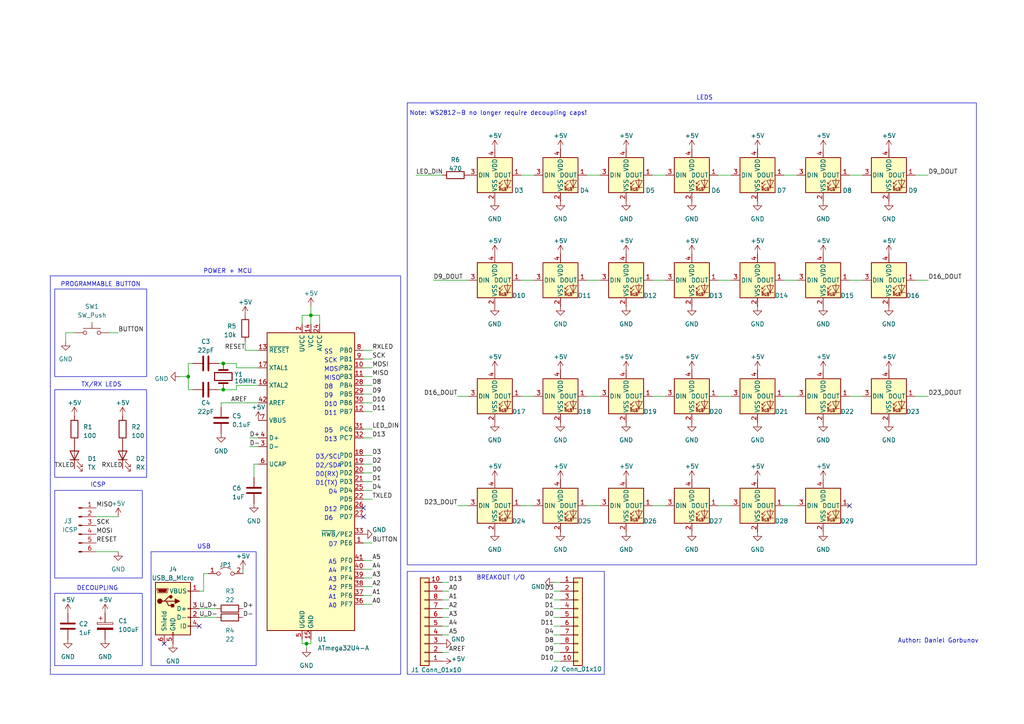
<source format=kicad_sch>
(kicad_sch (version 20231120) (generator "eeschema") (generator_version "8.0")
  (paper "A4")
  (title_block (title "Essentials of PCB Design Track 1 Board") (date "2024-10-06") (rev "v2") (comment 1 "v1: First design (D24 Class)") (comment 2 "v2: Added programmable button (A24 Class)"))
  (lib_symbols
    (symbol "Connector:Conn_01x06_Pin" (pin_names (offset 1.016) hide)
      (property "Reference" "J" (at 0 7.62 0))
      (property "Value" "Conn_01x06_Pin" (at 0 -10.16 0))
      (symbol "Conn_01x06_Pin_1_1"
        (pin passive line (at 5.08 5.08 180) (length 3.81) (name "Pin_1") (number "1"))
        (pin passive line (at 5.08 2.54 180) (length 3.81) (name "Pin_2") (number "2"))
        (pin passive line (at 5.08 0 180) (length 3.81) (name "Pin_3") (number "3"))
        (pin passive line (at 5.08 -2.54 180) (length 3.81) (name "Pin_4") (number "4"))
        (pin passive line (at 5.08 -5.08 180) (length 3.81) (name "Pin_5") (number "5"))
        (pin passive line (at 5.08 -7.62 180) (length 3.81) (name "Pin_6") (number "6"))
      )
    )
    (symbol "Connector:USB_B_Micro" (pin_names (offset 1.016))
      (property "Reference" "J" (at -5.08 11.43 0))
      (property "Value" "USB_B_Micro" (at -5.08 8.89 0))
      (symbol "USB_B_Micro_1_1"
        (pin power_out line (at 7.62 5.08 180) (length 2.54) (name "VBUS") (number "1"))
        (pin bidirectional line (at 7.62 -2.54 180) (length 2.54) (name "D-") (number "2"))
        (pin bidirectional line (at 7.62 0 180) (length 2.54) (name "D+") (number "3"))
        (pin passive line (at 7.62 -5.08 180) (length 2.54) (name "ID") (number "4"))
        (pin power_out line (at 0 -10.16 90) (length 2.54) (name "GND") (number "5"))
        (pin passive line (at -2.54 -10.16 90) (length 2.54) (name "Shield") (number "6"))
      )
    )
    (symbol "Connector_Generic:Conn_01x10" (pin_names (offset 1.016) hide)
      (property "Reference" "J" (at 0 12.7 0))
      (property "Value" "Conn_01x10" (at 0 -15.24 0))
      (symbol "Conn_01x10_1_1"
        (pin passive line (at -5.08 10.16 0) (length 3.81) (name "Pin_1") (number "1"))
        (pin passive line (at -5.08 -12.7 0) (length 3.81) (name "Pin_10") (number "10"))
        (pin passive line (at -5.08 7.62 0) (length 3.81) (name "Pin_2") (number "2"))
        (pin passive line (at -5.08 5.08 0) (length 3.81) (name "Pin_3") (number "3"))
        (pin passive line (at -5.08 2.54 0) (length 3.81) (name "Pin_4") (number "4"))
        (pin passive line (at -5.08 0 0) (length 3.81) (name "Pin_5") (number "5"))
        (pin passive line (at -5.08 -2.54 0) (length 3.81) (name "Pin_6") (number "6"))
        (pin passive line (at -5.08 -5.08 0) (length 3.81) (name "Pin_7") (number "7"))
        (pin passive line (at -5.08 -7.62 0) (length 3.81) (name "Pin_8") (number "8"))
        (pin passive line (at -5.08 -10.16 0) (length 3.81) (name "Pin_9") (number "9"))
      )
    )
    (symbol "Device:C" (pin_numbers hide) (pin_names (offset 0.254))
      (property "Reference" "C" (at 0.635 2.54 0))
      (property "Value" "C" (at 0.635 -2.54 0))
      (symbol "C_1_1"
        (pin passive line (at 0 3.81 270) (length 2.794) (name "~") (number "1"))
        (pin passive line (at 0 -3.81 90) (length 2.794) (name "~") (number "2"))
      )
    )
    (symbol "Device:C_Polarized" (pin_numbers hide) (pin_names (offset 0.254))
      (property "Reference" "C" (at 0.635 2.54 0))
      (property "Value" "C_Polarized" (at 0.635 -2.54 0))
      (symbol "C_Polarized_1_1"
        (pin passive line (at 0 3.81 270) (length 2.794) (name "~") (number "1"))
        (pin passive line (at 0 -3.81 90) (length 2.794) (name "~") (number "2"))
      )
    )
    (symbol "Device:Crystal" (pin_numbers hide) (pin_names (offset 1.016) hide)
      (property "Reference" "Y" (at 0 3.81 0))
      (property "Value" "Crystal" (at 0 -3.81 0))
      (symbol "Crystal_1_1"
        (pin passive line (at -3.81 0 0) (length 1.27) (name "1") (number "1"))
        (pin passive line (at 3.81 0 180) (length 1.27) (name "2") (number "2"))
      )
    )
    (symbol "Device:LED" (pin_numbers hide) (pin_names (offset 1.016) hide)
      (property "Reference" "D" (at 0 2.54 0))
      (property "Value" "LED" (at 0 -2.54 0))
      (symbol "LED_1_1"
        (pin passive line (at -3.81 0 0) (length 2.54) (name "K") (number "1"))
        (pin passive line (at 3.81 0 180) (length 2.54) (name "A") (number "2"))
      )
    )
    (symbol "Device:R" (pin_numbers hide) (pin_names (offset 0))
      (property "Reference" "R" (at 2.032 0 90))
      (property "Value" "R" (at 0 0 90))
      (symbol "R_1_1"
        (pin passive line (at 0 3.81 270) (length 1.27) (name "~") (number "1"))
        (pin passive line (at 0 -3.81 90) (length 1.27) (name "~") (number "2"))
      )
    )
    (symbol "Jumper:Jumper_2_Open" (pin_names (offset 0) hide)
      (property "Reference" "JP" (at 0 2.794 0))
      (property "Value" "Jumper_2_Open" (at 0 -2.286 0))
      (symbol "Jumper_2_Open_1_1"
        (pin passive line (at -5.08 0 0) (length 2.54) (name "A") (number "1"))
        (pin passive line (at 5.08 0 180) (length 2.54) (name "B") (number "2"))
      )
    )
    (symbol "LED:SK6812MINI" (pin_names (offset 0.254))
      (property "Reference" "D" (at 5.08 5.715 0))
      (property "Value" "SK6812MINI" (at 1.27 -5.715 0))
      (symbol "SK6812MINI_0_0"
        (text "RGB" (at 2.286 -4.191 0) (effects (font (size 0.762 0.762))))
      )
      (symbol "SK6812MINI_1_1"
        (pin output line (at 7.62 0 180) (length 2.54) (name "DOUT") (number "1"))
        (pin power_in line (at 0 -7.62 90) (length 2.54) (name "VSS") (number "2"))
        (pin input line (at -7.62 0 0) (length 2.54) (name "DIN") (number "3"))
        (pin power_in line (at 0 7.62 270) (length 2.54) (name "VDD") (number "4"))
      )
    )
    (symbol "MCU_Microchip_ATmega:ATmega32U4-A"
      (property "Reference" "U" (at -12.7 44.45 0))
      (property "Value" "ATmega32U4-A" (at 2.54 -44.45 0))
      (symbol "ATmega32U4-A_1_1"
        (pin bidirectional line (at 15.24 -17.78 180) (length 2.54) (name "PE6") (number "1"))
        (pin bidirectional line (at 15.24 33.02 180) (length 2.54) (name "PB2") (number "10"))
        (pin bidirectional line (at 15.24 30.48 180) (length 2.54) (name "PB3") (number "11"))
        (pin bidirectional line (at 15.24 20.32 180) (length 2.54) (name "PB7") (number "12"))
        (pin input line (at -15.24 38.1 0) (length 2.54) (name "~{RESET}") (number "13"))
        (pin power_in line (at 0 45.72 270) (length 2.54) (name "VCC") (number "14"))
        (pin power_in line (at 0 -45.72 90) (length 2.54) (name "GND") (number "15"))
        (pin output line (at -15.24 27.94 0) (length 2.54) (name "XTAL2") (number "16"))
        (pin input line (at -15.24 33.02 0) (length 2.54) (name "XTAL1") (number "17"))
        (pin bidirectional line (at 15.24 7.62 180) (length 2.54) (name "PD0") (number "18"))
        (pin bidirectional line (at 15.24 5.08 180) (length 2.54) (name "PD1") (number "19"))
        (pin power_in line (at -2.54 45.72 270) (length 2.54) (name "UVCC") (number "2"))
        (pin bidirectional line (at 15.24 2.54 180) (length 2.54) (name "PD2") (number "20"))
        (pin bidirectional line (at 15.24 0 180) (length 2.54) (name "PD3") (number "21"))
        (pin bidirectional line (at 15.24 -5.08 180) (length 2.54) (name "PD5") (number "22"))
        (pin passive line (at 0 -45.72 90) (length 2.54) hide (name "GND") (number "23"))
        (pin power_in line (at 2.54 45.72 270) (length 2.54) (name "AVCC") (number "24"))
        (pin bidirectional line (at 15.24 -2.54 180) (length 2.54) (name "PD4") (number "25"))
        (pin bidirectional line (at 15.24 -7.62 180) (length 2.54) (name "PD6") (number "26"))
        (pin bidirectional line (at 15.24 -10.16 180) (length 2.54) (name "PD7") (number "27"))
        (pin bidirectional line (at 15.24 27.94 180) (length 2.54) (name "PB4") (number "28"))
        (pin bidirectional line (at 15.24 25.4 180) (length 2.54) (name "PB5") (number "29"))
        (pin bidirectional line (at -15.24 10.16 0) (length 2.54) (name "D-") (number "3"))
        (pin bidirectional line (at 15.24 22.86 180) (length 2.54) (name "PB6") (number "30"))
        (pin bidirectional line (at 15.24 15.24 180) (length 2.54) (name "PC6") (number "31"))
        (pin bidirectional line (at 15.24 12.7 180) (length 2.54) (name "PC7") (number "32"))
        (pin bidirectional line (at 15.24 -15.24 180) (length 2.54) (name "~{HWB}/PE2") (number "33"))
        (pin passive line (at 0 45.72 270) (length 2.54) hide (name "VCC") (number "34"))
        (pin passive line (at 0 -45.72 90) (length 2.54) hide (name "GND") (number "35"))
        (pin bidirectional line (at 15.24 -35.56 180) (length 2.54) (name "PF7") (number "36"))
        (pin bidirectional line (at 15.24 -33.02 180) (length 2.54) (name "PF6") (number "37"))
        (pin bidirectional line (at 15.24 -30.48 180) (length 2.54) (name "PF5") (number "38"))
        (pin bidirectional line (at 15.24 -27.94 180) (length 2.54) (name "PF4") (number "39"))
        (pin bidirectional line (at -15.24 12.7 0) (length 2.54) (name "D+") (number "4"))
        (pin bidirectional line (at 15.24 -25.4 180) (length 2.54) (name "PF1") (number "40"))
        (pin bidirectional line (at 15.24 -22.86 180) (length 2.54) (name "PF0") (number "41"))
        (pin passive line (at -15.24 22.86 0) (length 2.54) (name "AREF") (number "42"))
        (pin passive line (at 0 -45.72 90) (length 2.54) hide (name "GND") (number "43"))
        (pin passive line (at 2.54 45.72 270) (length 2.54) hide (name "AVCC") (number "44"))
        (pin passive line (at -2.54 -45.72 90) (length 2.54) (name "UGND") (number "5"))
        (pin passive line (at -15.24 5.08 0) (length 2.54) (name "UCAP") (number "6"))
        (pin input line (at -15.24 17.78 0) (length 2.54) (name "VBUS") (number "7"))
        (pin bidirectional line (at 15.24 38.1 180) (length 2.54) (name "PB0") (number "8"))
        (pin bidirectional line (at 15.24 35.56 180) (length 2.54) (name "PB1") (number "9"))
      )
    )
    (symbol "Switch:SW_Push" (pin_numbers hide) (pin_names (offset 1.016) hide)
      (property "Reference" "SW" (at 1.27 2.54 0))
      (property "Value" "SW_Push" (at 0 -1.524 0))
      (symbol "SW_Push_0_1"
        (pin passive line (at -5.08 0 0) (length 2.54) (name "1") (number "1"))
        (pin passive line (at 5.08 0 180) (length 2.54) (name "2") (number "2"))
      )
    )
    (symbol "power:+5V" (power) (pin_names (offset 0))
      (property "Value" "+5V" (at 0 3.556 0))
      (symbol "+5V_1_1"
        (pin power_in line (at 0 0 90) (length 0) hide (name "+5V") (number "1"))
      )
    )
    (symbol "power:GND" (power) (pin_names (offset 0))
      (property "Value" "GND" (at 0 -3.81 0))
      (symbol "GND_1_1"
        (pin power_in line (at 0 0 270) (length 0) hide (name "GND") (number "1"))
      )
    )
  )
  (junction (at 54.61 109.22))
  (junction (at 64.77 105.41))
  (junction (at 90.17 91.44))
  (junction (at 64.77 113.03))
  (junction (at 88.9 186.69))
  (no_connect (at 105.41 149.86))
  (no_connect (at 57.785 181.61))
  (no_connect (at 105.41 147.32))
  (no_connect (at 246.38 146.685))
  (no_connect (at 47.625 186.69))
  (wire (pts (xy 128.27 168.91) (xy 130.175 168.91)))
  (wire (pts (xy 105.41 137.16) (xy 107.95 137.16)))
  (wire (pts (xy 160.655 184.15) (xy 162.56 184.15)))
  (wire (pts (xy 105.41 132.08) (xy 107.95 132.08)))
  (wire (pts (xy 105.41 157.48) (xy 107.95 157.48)))
  (wire (pts (xy 63.5 105.41) (xy 64.77 105.41)))
  (wire (pts (xy 132.715 114.935) (xy 135.89 114.935)))
  (wire (pts (xy 105.41 116.84) (xy 107.95 116.84)))
  (wire (pts (xy 227.33 50.8) (xy 231.14 50.8)))
  (wire (pts (xy 160.655 186.69) (xy 162.56 186.69)))
  (wire (pts (xy 105.41 101.6) (xy 107.95 101.6)))
  (wire (pts (xy 63.5 113.03) (xy 64.77 113.03)))
  (wire (pts (xy 87.63 185.42) (xy 87.63 186.69)))
  (wire (pts (xy 189.23 114.935) (xy 193.04 114.935)))
  (wire (pts (xy 64.135 116.84) (xy 74.93 116.84)))
  (wire (pts (xy 128.27 181.61) (xy 130.175 181.61)))
  (wire (pts (xy 68.58 111.76) (xy 68.58 113.03)))
  (wire (pts (xy 105.41 104.14) (xy 107.95 104.14)))
  (wire (pts (xy 105.41 111.76) (xy 107.95 111.76)))
  (wire (pts (xy 105.41 167.64) (xy 107.95 167.64)))
  (wire (pts (xy 107.95 106.68) (xy 105.41 106.68)))
  (wire (pts (xy 128.27 184.15) (xy 130.175 184.15)))
  (wire (pts (xy 105.41 124.46) (xy 107.95 124.46)))
  (wire (pts (xy 105.41 134.62) (xy 107.95 134.62)))
  (wire (pts (xy 74.93 106.68) (xy 68.58 106.68)))
  (wire (pts (xy 54.61 113.03) (xy 55.88 113.03)))
  (wire (pts (xy 128.27 171.45) (xy 130.175 171.45)))
  (wire (pts (xy 189.23 81.28) (xy 193.04 81.28)))
  (wire (pts (xy 160.655 189.23) (xy 162.56 189.23)))
  (wire (pts (xy 128.27 189.23) (xy 130.175 189.23)))
  (wire (pts (xy 59.055 166.37) (xy 59.055 171.45)))
  (wire (pts (xy 54.61 105.41) (xy 54.61 109.22)))
  (wire (pts (xy 170.18 114.935) (xy 173.99 114.935)))
  (wire (pts (xy 170.18 81.28) (xy 173.99 81.28)))
  (wire (pts (xy 246.38 114.935) (xy 250.19 114.935)))
  (wire (pts (xy 208.28 146.685) (xy 212.09 146.685)))
  (wire (pts (xy 105.41 175.26) (xy 107.95 175.26)))
  (wire (pts (xy 34.29 160.02) (xy 27.94 160.02)))
  (wire (pts (xy 105.41 127) (xy 107.95 127)))
  (wire (pts (xy 105.41 165.1) (xy 107.95 165.1)))
  (wire (pts (xy 90.17 186.69) (xy 88.9 186.69)))
  (wire (pts (xy 105.41 142.24) (xy 107.95 142.24)))
  (wire (pts (xy 72.39 127) (xy 74.93 127)))
  (wire (pts (xy 208.28 81.28) (xy 212.09 81.28)))
  (wire (pts (xy 73.66 134.62) (xy 74.93 134.62)))
  (wire (pts (xy 105.41 144.78) (xy 107.95 144.78)))
  (wire (pts (xy 59.055 171.45) (xy 57.785 171.45)))
  (wire (pts (xy 68.58 105.41) (xy 64.77 105.41)))
  (wire (pts (xy 62.865 176.53) (xy 57.785 176.53)))
  (wire (pts (xy 120.65 50.8) (xy 128.27 50.8)))
  (wire (pts (xy 68.58 113.03) (xy 64.77 113.03)))
  (wire (pts (xy 151.13 114.935) (xy 154.94 114.935)))
  (wire (pts (xy 90.17 91.44) (xy 90.17 88.9)))
  (wire (pts (xy 62.865 179.07) (xy 57.785 179.07)))
  (wire (pts (xy 160.655 168.91) (xy 162.56 168.91)))
  (wire (pts (xy 105.41 172.72) (xy 107.95 172.72)))
  (wire (pts (xy 87.63 186.69) (xy 88.9 186.69)))
  (wire (pts (xy 265.43 114.935) (xy 269.24 114.935)))
  (wire (pts (xy 68.58 106.68) (xy 68.58 105.41)))
  (wire (pts (xy 160.655 191.77) (xy 162.56 191.77)))
  (wire (pts (xy 265.43 81.28) (xy 269.24 81.28)))
  (wire (pts (xy 90.17 91.44) (xy 90.17 93.98)))
  (wire (pts (xy 151.13 81.28) (xy 154.94 81.28)))
  (wire (pts (xy 31.75 96.52) (xy 34.29 96.52)))
  (wire (pts (xy 160.655 179.07) (xy 162.56 179.07)))
  (wire (pts (xy 92.71 93.98) (xy 92.71 91.44)))
  (wire (pts (xy 151.13 146.685) (xy 154.94 146.685)))
  (wire (pts (xy 105.41 119.38) (xy 107.95 119.38)))
  (wire (pts (xy 208.28 50.8) (xy 212.09 50.8)))
  (wire (pts (xy 105.41 170.18) (xy 107.95 170.18)))
  (wire (pts (xy 132.715 146.685) (xy 135.89 146.685)))
  (wire (pts (xy 189.23 146.685) (xy 193.04 146.685)))
  (wire (pts (xy 87.63 91.44) (xy 90.17 91.44)))
  (wire (pts (xy 151.13 50.8) (xy 154.94 50.8)))
  (wire (pts (xy 72.39 129.54) (xy 74.93 129.54)))
  (wire (pts (xy 71.12 99.06) (xy 71.12 101.6)))
  (wire (pts (xy 70.485 165.1) (xy 70.485 166.37)))
  (wire (pts (xy 128.27 176.53) (xy 130.175 176.53)))
  (wire (pts (xy 170.18 146.685) (xy 173.99 146.685)))
  (wire (pts (xy 88.9 186.69) (xy 88.9 187.96)))
  (wire (pts (xy 71.12 101.6) (xy 74.93 101.6)))
  (wire (pts (xy 60.325 166.37) (xy 59.055 166.37)))
  (wire (pts (xy 128.27 173.99) (xy 130.175 173.99)))
  (wire (pts (xy 189.23 50.8) (xy 193.04 50.8)))
  (wire (pts (xy 105.41 114.3) (xy 107.95 114.3)))
  (wire (pts (xy 227.33 114.935) (xy 231.14 114.935)))
  (wire (pts (xy 54.61 109.22) (xy 52.07 109.22)))
  (wire (pts (xy 208.28 114.935) (xy 212.09 114.935)))
  (wire (pts (xy 246.38 81.28) (xy 250.19 81.28)))
  (wire (pts (xy 246.38 50.8) (xy 250.19 50.8)))
  (wire (pts (xy 265.43 50.8) (xy 269.24 50.8)))
  (wire (pts (xy 160.655 173.99) (xy 162.56 173.99)))
  (wire (pts (xy 34.29 149.86) (xy 27.94 149.86)))
  (wire (pts (xy 105.41 109.22) (xy 107.95 109.22)))
  (wire (pts (xy 128.27 179.07) (xy 130.175 179.07)))
  (wire (pts (xy 19.05 96.52) (xy 19.05 99.06)))
  (wire (pts (xy 54.61 109.22) (xy 54.61 113.03)))
  (wire (pts (xy 125.73 81.28) (xy 135.89 81.28)))
  (wire (pts (xy 64.135 116.84) (xy 64.135 118.11)))
  (wire (pts (xy 160.655 181.61) (xy 162.56 181.61)))
  (wire (pts (xy 105.41 162.56) (xy 107.95 162.56)))
  (wire (pts (xy 170.18 50.8) (xy 173.99 50.8)))
  (wire (pts (xy 21.59 96.52) (xy 19.05 96.52)))
  (wire (pts (xy 92.71 91.44) (xy 90.17 91.44)))
  (wire (pts (xy 90.17 185.42) (xy 90.17 186.69)))
  (wire (pts (xy 54.61 105.41) (xy 55.88 105.41)))
  (wire (pts (xy 227.33 146.685) (xy 231.14 146.685)))
  (wire (pts (xy 227.33 81.28) (xy 231.14 81.28)))
  (wire (pts (xy 160.655 171.45) (xy 162.56 171.45)))
  (wire (pts (xy 74.93 111.76) (xy 68.58 111.76)))
  (wire (pts (xy 160.655 176.53) (xy 162.56 176.53)))
  (wire (pts (xy 105.41 139.7) (xy 107.95 139.7)))
  (wire (pts (xy 73.66 138.43) (xy 73.66 134.62)))
  (wire (pts (xy 87.63 93.98) (xy 87.63 91.44)))
  (rectangle (start 118.11 29.845) (end 283.21 163.83))
  (rectangle (start 15.875 113.03) (end 42.545 138.43))
  (rectangle (start 14.605 80.01) (end 116.205 195.58))
  (rectangle (start 118.11 165.735) (end 175.26 195.58))
  (rectangle (start 15.875 83.82) (end 42.545 109.22))
  (rectangle (start 15.875 172.085) (end 41.275 193.04))
  (rectangle (start 15.875 142.24) (end 41.275 167.64))
  (rectangle (start 43.815 160.02) (end 74.295 193.04))
  (text "MOSI" (at 93.98 107.95 0) (effects (font (size 1.27 1.27)) (justify left bottom)))
  (text "D4" (at 95.25 143.51 0) (effects (font (size 1.27 1.27)) (justify left bottom)))
  (text "A4" (at 95.25 166.37 0) (effects (font (size 1.27 1.27)) (justify left bottom)))
  (text "D2/SDA" (at 91.44 135.89 0) (effects (font (size 1.27 1.27)) (justify left bottom)))
  (text "LEDS" (at 201.93 29.21 0) (effects (font (size 1.27 1.27)) (justify left bottom)))
  (text "D8" (at 93.98 113.03 0) (effects (font (size 1.27 1.27)) (justify left bottom)))
  (text "D11" (at 93.98 120.65 0) (effects (font (size 1.27 1.27)) (justify left bottom)))
  (text "D3/SCL" (at 91.44 133.35 0) (effects (font (size 1.27 1.27)) (justify left bottom)))
  (text "USB" (at 57.15 159.385 0) (effects (font (size 1.27 1.27)) (justify left bottom)))
  (text "D9" (at 93.98 115.57 0) (effects (font (size 1.27 1.27)) (justify left bottom)))
  (text "A2" (at 95.25 171.45 0) (effects (font (size 1.27 1.27)) (justify left bottom)))
  (text "DECOUPLING" (at 22.225 171.45 0) (effects (font (size 1.27 1.27)) (justify left bottom)))
  (text "D6" (at 93.98 151.13 0) (effects (font (size 1.27 1.27)) (justify left bottom)))
  (text "D1(TX)" (at 91.44 140.97 0) (effects (font (size 1.27 1.27)) (justify left bottom)))
  (text "A1" (at 95.25 173.99 0) (effects (font (size 1.27 1.27)) (justify left bottom)))
  (text "D13" (at 93.98 128.27 0) (effects (font (size 1.27 1.27)) (justify left bottom)))
  (text "D5" (at 93.98 125.73 0) (effects (font (size 1.27 1.27)) (justify left bottom)))
  (text "A0" (at 95.25 176.53 0) (effects (font (size 1.27 1.27)) (justify left bottom)))
  (text "Note: WS2812-B no longer require decoupling caps!" (at 118.745 33.655 0) (effects (font (size 1.27 1.27)) (justify left bottom)))
  (text "Author: Daniel Gorbunov" (at 260.35 186.69 0) (effects (font (size 1.27 1.27)) (justify left bottom)))
  (text "PROGRAMMABLE BUTTON" (at 17.526 83.312 0) (effects (font (size 1.27 1.27)) (justify left bottom)))
  (text "MISO" (at 93.98 110.49 0) (effects (font (size 1.27 1.27)) (justify left bottom)))
  (text "D10" (at 93.98 118.11 0) (effects (font (size 1.27 1.27)) (justify left bottom)))
  (text "SS" (at 93.98 102.87 0) (effects (font (size 1.27 1.27)) (justify left bottom)))
  (text "BREAKOUT I/O" (at 138.176 168.402 0) (effects (font (size 1.27 1.27)) (justify left bottom)))
  (text "A5" (at 95.25 163.83 0) (effects (font (size 1.27 1.27)) (justify left bottom)))
  (text "A3" (at 95.25 168.91 0) (effects (font (size 1.27 1.27)) (justify left bottom)))
  (text "POWER + MCU" (at 58.928 79.502 0) (effects (font (size 1.27 1.27)) (justify left bottom)))
  (text "TX/RX LEDS" (at 23.495 112.395 0) (effects (font (size 1.27 1.27)) (justify left bottom)))
  (text "ICSP" (at 26.162 141.478 0) (effects (font (size 1.27 1.27)) (justify left bottom)))
  (text "SCK" (at 93.98 105.41 0) (effects (font (size 1.27 1.27)) (justify left bottom)))
  (text "D12" (at 93.98 148.59 0) (effects (font (size 1.27 1.27)) (justify left bottom)))
  (text "D0(RX)" (at 91.44 138.43 0) (effects (font (size 1.27 1.27)) (justify left bottom)))
  (text "D7" (at 95.25 158.75 0) (effects (font (size 1.27 1.27)) (justify left bottom)))
  (label "A3" (at 130.175 179.07 0))
  (label "A5" (at 107.95 162.56 0))
  (label "A2" (at 130.175 176.53 0))
  (label "A4" (at 107.95 165.1 0))
  (label "D0" (at 160.655 179.07 180))
  (label "SCK" (at 107.95 104.14 0))
  (label "TXLED" (at 21.59 135.89 180))
  (label "D-" (at 72.39 129.54 0))
  (label "D1" (at 107.95 139.7 0))
  (label "AREF" (at 71.755 116.84 180))
  (label "A0" (at 107.95 175.26 0))
  (label "D2" (at 107.95 134.62 0))
  (label "LED_DIN" (at 107.95 124.46 0))
  (label "D13" (at 130.175 168.91 0))
  (label "D16_DOUT" (at 269.24 81.28 0))
  (label "SCK" (at 27.94 152.4 0))
  (label "U_D-" (at 57.785 179.07 0))
  (label "LED_DIN" (at 120.65 50.8 0))
  (label "RXLED" (at 35.56 135.89 180))
  (label "D10" (at 107.95 116.84 0))
  (label "D16_DOUT" (at 132.715 114.935 180))
  (label "RESET" (at 71.12 101.6 180))
  (label "D2" (at 160.655 173.99 180))
  (label "A2" (at 107.95 170.18 0))
  (label "D3" (at 160.655 171.45 180))
  (label "D1" (at 160.655 176.53 180))
  (label "D0" (at 107.95 137.16 0))
  (label "A5" (at 130.175 184.15 0))
  (label "D4" (at 107.95 142.24 0))
  (label "D13" (at 107.95 127 0))
  (label "A1" (at 130.175 173.99 0))
  (label "BUTTON" (at 107.95 157.48 0))
  (label "D9" (at 107.95 114.3 0))
  (label "D8" (at 160.655 186.69 180))
  (label "D-" (at 70.485 179.07 0))
  (label "MOSI" (at 27.94 154.94 0))
  (label "D3" (at 107.95 132.08 0))
  (label "A4" (at 130.175 181.61 0))
  (label "TXLED" (at 107.95 144.78 0))
  (label "D10" (at 160.655 191.77 180))
  (label "RXLED" (at 107.95 101.6 0))
  (label "D23_DOUT" (at 269.24 114.935 0))
  (label "D+" (at 70.485 176.53 0))
  (label "A0" (at 130.175 171.45 0))
  (label "D11" (at 160.655 181.61 180))
  (label "D23_DOUT" (at 132.715 146.685 180))
  (label "A1" (at 107.95 172.72 0))
  (label "RESET" (at 27.94 157.48 0))
  (label "MISO" (at 107.95 109.22 0))
  (label "D9_DOUT" (at 125.73 81.28 0))
  (label "MISO" (at 27.94 147.32 0))
  (label "D+" (at 72.39 127 0))
  (label "BUTTON" (at 34.29 96.52 0))
  (label "D9_DOUT" (at 269.24 50.8 0))
  (label "MOSI" (at 107.95 106.68 0))
  (label "D4" (at 160.655 184.15 180))
  (label "U_D+" (at 57.785 176.53 0))
  (label "D9" (at 160.655 189.23 180))
  (label "D11" (at 107.95 119.38 0))
  (label "A3" (at 107.95 167.64 0))
  (label "AREF" (at 130.175 189.23 0))
  (label "D8" (at 107.95 111.76 0))
  (symbol (lib_id "power:+5V") (at 70.485 165.1 0) (unit 1)
    (property "Reference" "#PWR016" (effects (hide yes)))
    (property "Value" "+5V" (at 70.485 161.29 0))
  )
  (symbol (lib_id "power:GND") (at 162.56 58.42 0) (unit 1)
    (property "Reference" "#PWR024" (effects (hide yes)))
    (property "Value" "GND" (at 162.56 63.5 0))
  )
  (symbol (lib_id "power:+5V") (at 74.93 121.92 0) (unit 1)
    (property "Reference" "#PWR017" (effects (hide yes)))
    (property "Value" "+5V" (at 74.93 118.11 0))
  )
  (symbol (lib_id "Device:R") (at 66.675 179.07 270) (unit 1)
    (property "Reference" "R4" (at 66.675 182.88 90))
    (property "Value" "22" (at 66.675 185.42 90))
    (property "Footprint" "Resistor_SMD:R_0805_2012Metric_Pad1.20x1.40mm_HandSolder" (effects (hide yes)))
  )
  (symbol (lib_id "power:+5V") (at 181.61 43.18 0) (unit 1)
    (property "Reference" "#PWR03" (effects (hide yes)))
    (property "Value" "+5V" (at 181.61 39.37 0))
  )
  (symbol (lib_id "power:+5V") (at 162.56 139.065 0) (unit 1)
    (property "Reference" "#PWR066" (effects (hide yes)))
    (property "Value" "+5V" (at 162.56 135.255 0))
  )
  (symbol (lib_id "power:GND") (at 73.66 146.05 0) (unit 1)
    (property "Reference" "#PWR015" (effects (hide yes)))
    (property "Value" "GND" (at 73.66 151.13 0))
  )
  (symbol (lib_id "power:+5V") (at 143.51 107.315 0) (unit 1)
    (property "Reference" "#PWR050" (effects (hide yes)))
    (property "Value" "+5V" (at 143.51 103.505 0))
  )
  (symbol (lib_id "Switch:SW_Push") (at 26.67 96.52 0) (unit 1)
    (property "Reference" "SW1" (at 26.67 88.9 0))
    (property "Value" "SW_Push" (at 26.67 91.44 0))
    (property "Footprint" "Button_Switch_SMD:SW_SPST_PTS647_Sx38" (effects (hide yes)))
    (property "Description" "Push button switch, generic, two pins" (effects (hide yes)))
  )
  (symbol (lib_id "LED:SK6812MINI") (at 143.51 50.8 0) (unit 1)
    (property "Reference" "D3" (at 150.495 55.245 0))
    (property "Value" "SK6812MINI" (effects (hide yes)))
    (property "Footprint" "LED_SMD:LED_SK6812MINI_PLCC4_3.5x3.5mm_P1.75mm" (effects (hide yes)))
    (property "Datasheet" "https://cdn-shop.adafruit.com/product-files/2686/SK6812MINI_REV.01-1-2.pdf" (effects (hide yes)))
  )
  (symbol (lib_id "power:+5V") (at 143.51 73.66 0) (unit 1)
    (property "Reference" "#PWR031" (effects (hide yes)))
    (property "Value" "+5V" (at 143.51 69.85 0))
  )
  (symbol (lib_id "power:+5V") (at 90.17 88.9 0) (unit 1)
    (property "Reference" "#PWR046" (effects (hide yes)))
    (property "Value" "+5V" (at 90.17 85.09 0))
  )
  (symbol (lib_id "LED:SK6812MINI") (at 257.81 114.935 0) (unit 1)
    (property "Reference" "D23" (at 264.795 119.38 0))
    (property "Value" "SK6812MINI" (effects (hide yes)))
    (property "Footprint" "LED_SMD:LED_SK6812MINI_PLCC4_3.5x3.5mm_P1.75mm" (effects (hide yes)))
    (property "Datasheet" "https://cdn-shop.adafruit.com/product-files/2686/SK6812MINI_REV.01-1-2.pdf" (effects (hide yes)))
  )
  (symbol (lib_id "power:GND") (at 162.56 88.9 0) (unit 1)
    (property "Reference" "#PWR034" (effects (hide yes)))
    (property "Value" "GND" (at 162.56 93.98 0))
  )
  (symbol (lib_id "MCU_Microchip_ATmega:ATmega32U4-A") (at 90.17 139.7 0) (unit 1)
    (property "Reference" "U1" (at 92.1259 185.42 0) (effects (justify left)))
    (property "Value" "ATmega32U4-A" (at 92.1259 187.96 0) (effects (justify left)))
    (property "Footprint" "Package_QFP:TQFP-44_10x10mm_P0.8mm" (effects (hide yes)))
    (property "Datasheet" "http://ww1.microchip.com/downloads/en/DeviceDoc/Atmel-7766-8-bit-AVR-ATmega16U4-32U4_Datasheet.pdf" (effects (hide yes)))
  )
  (symbol (lib_id "LED:SK6812MINI") (at 257.81 50.8 0) (unit 1)
    (property "Reference" "D9" (at 264.795 55.245 0))
    (property "Value" "SK6812MINI" (effects (hide yes)))
    (property "Footprint" "LED_SMD:LED_SK6812MINI_PLCC4_3.5x3.5mm_P1.75mm" (effects (hide yes)))
    (property "Datasheet" "https://cdn-shop.adafruit.com/product-files/2686/SK6812MINI_REV.01-1-2.pdf" (effects (hide yes)))
  )
  (symbol (lib_id "LED:SK6812MINI") (at 238.76 146.685 0) (unit 1)
    (property "Reference" "D29" (at 245.745 151.13 0))
    (property "Value" "SK6812MINI" (effects (hide yes)))
    (property "Footprint" "LED_SMD:LED_SK6812MINI_PLCC4_3.5x3.5mm_P1.75mm" (effects (hide yes)))
    (property "Datasheet" "https://cdn-shop.adafruit.com/product-files/2686/SK6812MINI_REV.01-1-2.pdf" (effects (hide yes)))
  )
  (symbol (lib_id "Device:R") (at 66.675 176.53 270) (unit 1)
    (property "Reference" "R3" (at 66.675 171.45 90))
    (property "Value" "22" (at 66.675 173.99 90))
    (property "Footprint" "Resistor_SMD:R_0805_2012Metric_Pad1.20x1.40mm_HandSolder" (effects (hide yes)))
  )
  (symbol (lib_id "power:+5V") (at 238.76 73.66 0) (unit 1)
    (property "Reference" "#PWR041" (effects (hide yes)))
    (property "Value" "+5V" (at 238.76 69.85 0))
  )
  (symbol (lib_id "Device:LED") (at 21.59 132.08 90) (unit 1)
    (property "Reference" "D1" (at 25.4 133.0325 90) (effects (justify right)))
    (property "Value" "TX" (at 25.4 135.5725 90) (effects (justify right)))
    (property "Footprint" "LED_SMD:LED_0805_2012Metric_Pad1.15x1.40mm_HandSolder" (effects (hide yes)))
  )
  (symbol (lib_id "power:GND") (at 200.66 154.305 0) (unit 1)
    (property "Reference" "#PWR071" (effects (hide yes)))
    (property "Value" "GND" (at 200.66 159.385 0))
  )
  (symbol (lib_id "Connector:Conn_01x06_Pin") (at 22.86 152.4 0) (unit 1)
    (property "Reference" "J3" (at 19.685 151.13 0))
    (property "Value" "ICSP" (at 20.32 153.67 0))
    (property "Footprint" "Connector_PinHeader_2.54mm:PinHeader_2x03_P2.54mm_Vertical" (effects (hide yes)))
  )
  (symbol (lib_id "LED:SK6812MINI") (at 162.56 146.685 0) (unit 1)
    (property "Reference" "D25" (at 169.545 151.13 0))
    (property "Value" "SK6812MINI" (effects (hide yes)))
    (property "Footprint" "LED_SMD:LED_SK6812MINI_PLCC4_3.5x3.5mm_P1.75mm" (effects (hide yes)))
    (property "Datasheet" "https://cdn-shop.adafruit.com/product-files/2686/SK6812MINI_REV.01-1-2.pdf" (effects (hide yes)))
  )
  (symbol (lib_id "power:GND") (at 257.81 88.9 0) (unit 1)
    (property "Reference" "#PWR044" (effects (hide yes)))
    (property "Value" "GND" (at 257.81 93.98 0))
  )
  (symbol (lib_id "power:GND") (at 19.685 185.42 0) (unit 1)
    (property "Reference" "#PWR08" (effects (hide yes)))
    (property "Value" "GND" (at 19.685 190.5 0))
  )
  (symbol (lib_id "power:+5V") (at 35.56 120.65 0) (unit 1)
    (property "Reference" "#PWR06" (effects (hide yes)))
    (property "Value" "+5V" (at 35.56 116.84 0))
  )
  (symbol (lib_id "Connector_Generic:Conn_01x10") (at 167.64 179.07 0) (unit 1)
    (property "Reference" "J2" (at 159.512 194.056 0) (effects (justify left)))
    (property "Value" "Conn_01x10" (at 162.814 194.056 0) (effects (justify left)))
    (property "Footprint" "Connector_PinHeader_2.54mm:PinHeader_1x10_P2.54mm_Vertical" (effects (hide yes)))
  )
  (symbol (lib_id "LED:SK6812MINI") (at 143.51 81.28 0) (unit 1)
    (property "Reference" "D10" (at 150.495 85.725 0))
    (property "Value" "SK6812MINI" (effects (hide yes)))
    (property "Footprint" "LED_SMD:LED_SK6812MINI_PLCC4_3.5x3.5mm_P1.75mm" (effects (hide yes)))
    (property "Datasheet" "https://cdn-shop.adafruit.com/product-files/2686/SK6812MINI_REV.01-1-2.pdf" (effects (hide yes)))
  )
  (symbol (lib_id "Device:C") (at 73.66 142.24 0) (unit 1)
    (property "Reference" "C6" (at 67.31 141.605 0) (effects (justify left)))
    (property "Value" "1uF" (at 67.31 144.145 0) (effects (justify left)))
    (property "Footprint" "Capacitor_SMD:C_0805_2012Metric_Pad1.18x1.45mm_HandSolder" (effects (hide yes)))
  )
  (symbol (lib_id "power:+5V") (at 200.66 43.18 0) (unit 1)
    (property "Reference" "#PWR05" (effects (hide yes)))
    (property "Value" "+5V" (at 200.66 39.37 0))
  )
  (symbol (lib_id "power:GND") (at 52.07 109.22 270) (unit 1)
    (property "Reference" "#PWR09" (effects (hide yes)))
    (property "Value" "GND" (at 48.895 109.855 90) (effects (justify right)))
  )
  (symbol (lib_id "Device:Crystal") (at 64.77 109.22 270) (unit 1)
    (property "Reference" "Y1" (at 67.945 108.585 90) (effects (justify left)))
    (property "Value" "16MHz" (at 67.945 110.49 90) (effects (justify left)))
    (property "Footprint" "Crystal:Crystal_SMD_5032-2Pin_5.0x3.2mm" (effects (hide yes)))
  )
  (symbol (lib_id "power:+5V") (at 162.56 73.66 0) (unit 1)
    (property "Reference" "#PWR033" (effects (hide yes)))
    (property "Value" "+5V" (at 162.56 69.85 0))
  )
  (symbol (lib_id "power:+5V") (at 34.29 149.86 0) (unit 1)
    (property "Reference" "#PWR011" (effects (hide yes)))
    (property "Value" "+5V" (at 34.29 146.05 0))
  )
  (symbol (lib_id "Device:LED") (at 35.56 132.08 90) (unit 1)
    (property "Reference" "D2" (at 39.37 133.0325 90) (effects (justify right)))
    (property "Value" "RX" (at 39.37 135.5725 90) (effects (justify right)))
    (property "Footprint" "LED_SMD:LED_0805_2012Metric_Pad1.15x1.40mm_HandSolder" (effects (hide yes)))
  )
  (symbol (lib_id "power:GND") (at 181.61 122.555 0) (unit 1)
    (property "Reference" "#PWR055" (effects (hide yes)))
    (property "Value" "GND" (at 181.61 127.635 0))
  )
  (symbol (lib_id "Device:C") (at 19.685 181.61 0) (unit 1)
    (property "Reference" "C2" (at 22.86 180.975 0) (effects (justify left)))
    (property "Value" "1uF" (at 22.86 183.515 0) (effects (justify left)))
    (property "Footprint" "Capacitor_SMD:C_0805_2012Metric_Pad1.18x1.45mm_HandSolder" (effects (hide yes)))
  )
  (symbol (lib_id "power:+5V") (at 181.61 107.315 0) (unit 1)
    (property "Reference" "#PWR054" (effects (hide yes)))
    (property "Value" "+5V" (at 181.61 103.505 0))
  )
  (symbol (lib_id "LED:SK6812MINI") (at 257.81 81.28 0) (unit 1)
    (property "Reference" "D16" (at 264.795 85.725 0))
    (property "Value" "SK6812MINI" (effects (hide yes)))
    (property "Footprint" "LED_SMD:LED_SK6812MINI_PLCC4_3.5x3.5mm_P1.75mm" (effects (hide yes)))
    (property "Datasheet" "https://cdn-shop.adafruit.com/product-files/2686/SK6812MINI_REV.01-1-2.pdf" (effects (hide yes)))
  )
  (symbol (lib_id "Device:R") (at 132.08 50.8 90) (unit 1)
    (property "Reference" "R6" (at 132.08 46.355 90))
    (property "Value" "470" (at 132.08 48.895 90))
    (property "Footprint" "Resistor_SMD:R_0805_2012Metric_Pad1.20x1.40mm_HandSolder" (effects (hide yes)))
  )
  (symbol (lib_id "power:+5V") (at 128.27 191.77 270) (unit 1)
    (property "Reference" "#PWR047" (effects (hide yes)))
    (property "Value" "+5V" (at 130.81 191.135 90) (effects (justify left)))
  )
  (symbol (lib_id "power:+5V") (at 200.66 73.66 0) (unit 1)
    (property "Reference" "#PWR037" (effects (hide yes)))
    (property "Value" "+5V" (at 200.66 69.85 0))
  )
  (symbol (lib_id "LED:SK6812MINI") (at 162.56 81.28 0) (unit 1)
    (property "Reference" "D11" (at 169.545 85.725 0))
    (property "Value" "SK6812MINI" (effects (hide yes)))
    (property "Footprint" "LED_SMD:LED_SK6812MINI_PLCC4_3.5x3.5mm_P1.75mm" (effects (hide yes)))
    (property "Datasheet" "https://cdn-shop.adafruit.com/product-files/2686/SK6812MINI_REV.01-1-2.pdf" (effects (hide yes)))
  )
  (symbol (lib_id "power:GND") (at 34.29 160.02 0) (unit 1)
    (property "Reference" "#PWR012" (effects (hide yes)))
    (property "Value" "GND" (at 34.29 165.1 0))
  )
  (symbol (lib_id "power:GND") (at 181.61 154.305 0) (unit 1)
    (property "Reference" "#PWR069" (effects (hide yes)))
    (property "Value" "GND" (at 181.61 159.385 0))
  )
  (symbol (lib_id "power:GND") (at 238.76 154.305 0) (unit 1)
    (property "Reference" "#PWR075" (effects (hide yes)))
    (property "Value" "GND" (at 238.76 159.385 0))
  )
  (symbol (lib_id "LED:SK6812MINI") (at 162.56 50.8 0) (unit 1)
    (property "Reference" "D4" (at 169.545 55.245 0))
    (property "Value" "SK6812MINI" (effects (hide yes)))
    (property "Footprint" "LED_SMD:LED_SK6812MINI_PLCC4_3.5x3.5mm_P1.75mm" (effects (hide yes)))
    (property "Datasheet" "https://cdn-shop.adafruit.com/product-files/2686/SK6812MINI_REV.01-1-2.pdf" (effects (hide yes)))
  )
  (symbol (lib_id "power:GND") (at 219.71 88.9 0) (unit 1)
    (property "Reference" "#PWR040" (effects (hide yes)))
    (property "Value" "GND" (at 219.71 93.98 0))
  )
  (symbol (lib_id "power:GND") (at 105.41 154.94 90) (unit 1)
    (property "Reference" "#PWR020" (effects (hide yes)))
    (property "Value" "GND" (at 107.95 153.67 90) (effects (justify right)))
  )
  (symbol (lib_id "power:GND") (at 219.71 58.42 0) (unit 1)
    (property "Reference" "#PWR026" (effects (hide yes)))
    (property "Value" "GND" (at 219.71 63.5 0))
  )
  (symbol (lib_id "LED:SK6812MINI") (at 200.66 50.8 0) (unit 1)
    (property "Reference" "D6" (at 207.645 55.245 0))
    (property "Value" "SK6812MINI" (effects (hide yes)))
    (property "Footprint" "LED_SMD:LED_SK6812MINI_PLCC4_3.5x3.5mm_P1.75mm" (effects (hide yes)))
    (property "Datasheet" "https://cdn-shop.adafruit.com/product-files/2686/SK6812MINI_REV.01-1-2.pdf" (effects (hide yes)))
  )
  (symbol (lib_id "Device:R") (at 35.56 124.46 180) (unit 1)
    (property "Reference" "R2" (at 38.1 123.825 0) (effects (justify right)))
    (property "Value" "100" (at 38.1 126.365 0) (effects (justify right)))
    (property "Footprint" "Resistor_SMD:R_0805_2012Metric_Pad1.20x1.40mm_HandSolder" (effects (hide yes)))
  )
  (symbol (lib_id "Device:C") (at 59.69 113.03 270) (unit 1)
    (property "Reference" "C4" (at 59.69 116.84 90))
    (property "Value" "22pF" (at 59.69 119.38 90))
    (property "Footprint" "Capacitor_SMD:C_0805_2012Metric_Pad1.18x1.45mm_HandSolder" (effects (hide yes)))
  )
  (symbol (lib_id "LED:SK6812MINI") (at 143.51 114.935 0) (unit 1)
    (property "Reference" "D17" (at 150.495 119.38 0))
    (property "Value" "SK6812MINI" (effects (hide yes)))
    (property "Footprint" "LED_SMD:LED_SK6812MINI_PLCC4_3.5x3.5mm_P1.75mm" (effects (hide yes)))
    (property "Datasheet" "https://cdn-shop.adafruit.com/product-files/2686/SK6812MINI_REV.01-1-2.pdf" (effects (hide yes)))
  )
  (symbol (lib_id "power:+5V") (at 238.76 139.065 0) (unit 1)
    (property "Reference" "#PWR074" (effects (hide yes)))
    (property "Value" "+5V" (at 238.76 135.255 0))
  )
  (symbol (lib_id "LED:SK6812MINI") (at 181.61 81.28 0) (unit 1)
    (property "Reference" "D12" (at 188.595 85.725 0))
    (property "Value" "SK6812MINI" (effects (hide yes)))
    (property "Footprint" "LED_SMD:LED_SK6812MINI_PLCC4_3.5x3.5mm_P1.75mm" (effects (hide yes)))
    (property "Datasheet" "https://cdn-shop.adafruit.com/product-files/2686/SK6812MINI_REV.01-1-2.pdf" (effects (hide yes)))
  )
  (symbol (lib_id "power:GND") (at 181.61 88.9 0) (unit 1)
    (property "Reference" "#PWR036" (effects (hide yes)))
    (property "Value" "GND" (at 181.61 93.98 0))
  )
  (symbol (lib_id "power:+5V") (at 71.12 91.44 0) (unit 1)
    (property "Reference" "#PWR014" (effects (hide yes)))
    (property "Value" "+5V" (at 71.12 87.63 0))
  )
  (symbol (lib_id "power:GND") (at 143.51 154.305 0) (unit 1)
    (property "Reference" "#PWR065" (effects (hide yes)))
    (property "Value" "GND" (at 143.51 159.385 0))
  )
  (symbol (lib_id "Connector:USB_B_Micro") (at 50.165 176.53 0) (unit 1)
    (property "Reference" "J4" (at 50.165 165.1 0))
    (property "Value" "USB_B_Micro" (at 50.165 167.64 0))
    (property "Footprint" "Connector_USB:USB_Micro-B_GCT_USB3076-30-A" (effects (hide yes)))
  )
  (symbol (lib_id "Device:R") (at 71.12 95.25 0) (unit 1)
    (property "Reference" "R5" (at 68.58 94.615 0) (effects (justify right)))
    (property "Value" "10k" (at 68.58 97.155 0) (effects (justify right)))
    (property "Footprint" "Resistor_SMD:R_0805_2012Metric_Pad1.20x1.40mm_HandSolder" (effects (hide yes)))
  )
  (symbol (lib_id "power:GND") (at 219.71 122.555 0) (unit 1)
    (property "Reference" "#PWR059" (effects (hide yes)))
    (property "Value" "GND" (at 219.71 127.635 0))
  )
  (symbol (lib_id "power:GND") (at 143.51 122.555 0) (unit 1)
    (property "Reference" "#PWR051" (effects (hide yes)))
    (property "Value" "GND" (at 143.51 127.635 0))
  )
  (symbol (lib_id "power:+5V") (at 219.71 43.18 0) (unit 1)
    (property "Reference" "#PWR025" (effects (hide yes)))
    (property "Value" "+5V" (at 219.71 39.37 0))
  )
  (symbol (lib_id "LED:SK6812MINI") (at 238.76 114.935 0) (unit 1)
    (property "Reference" "D22" (at 245.745 119.38 0))
    (property "Value" "SK6812MINI" (effects (hide yes)))
    (property "Footprint" "LED_SMD:LED_SK6812MINI_PLCC4_3.5x3.5mm_P1.75mm" (effects (hide yes)))
    (property "Datasheet" "https://cdn-shop.adafruit.com/product-files/2686/SK6812MINI_REV.01-1-2.pdf" (effects (hide yes)))
  )
  (symbol (lib_id "LED:SK6812MINI") (at 219.71 146.685 0) (unit 1)
    (property "Reference" "D28" (at 226.695 151.13 0))
    (property "Value" "SK6812MINI" (effects (hide yes)))
    (property "Footprint" "LED_SMD:LED_SK6812MINI_PLCC4_3.5x3.5mm_P1.75mm" (effects (hide yes)))
    (property "Datasheet" "https://cdn-shop.adafruit.com/product-files/2686/SK6812MINI_REV.01-1-2.pdf" (effects (hide yes)))
  )
  (symbol (lib_id "power:GND") (at 88.9 187.96 0) (unit 1)
    (property "Reference" "#PWR018" (effects (hide yes)))
    (property "Value" "GND" (at 88.9 193.04 0))
  )
  (symbol (lib_id "Device:R") (at 21.59 124.46 180) (unit 1)
    (property "Reference" "R1" (at 24.13 123.825 0) (effects (justify right)))
    (property "Value" "100" (at 24.13 126.365 0) (effects (justify right)))
    (property "Footprint" "Resistor_SMD:R_0805_2012Metric_Pad1.20x1.40mm_HandSolder" (effects (hide yes)))
  )
  (symbol (lib_id "power:GND") (at 200.66 58.42 0) (unit 1)
    (property "Reference" "#PWR022" (effects (hide yes)))
    (property "Value" "GND" (at 200.66 63.5 0))
  )
  (symbol (lib_id "power:GND") (at 162.56 122.555 0) (unit 1)
    (property "Reference" "#PWR053" (effects (hide yes)))
    (property "Value" "GND" (at 162.56 127.635 0))
  )
  (symbol (lib_id "power:GND") (at 64.135 125.73 0) (unit 1)
    (property "Reference" "#PWR013" (effects (hide yes)))
    (property "Value" "GND" (at 64.135 130.81 0))
  )
  (symbol (lib_id "LED:SK6812MINI") (at 219.71 114.935 0) (unit 1)
    (property "Reference" "D21" (at 226.695 119.38 0))
    (property "Value" "SK6812MINI" (effects (hide yes)))
    (property "Footprint" "LED_SMD:LED_SK6812MINI_PLCC4_3.5x3.5mm_P1.75mm" (effects (hide yes)))
    (property "Datasheet" "https://cdn-shop.adafruit.com/product-files/2686/SK6812MINI_REV.01-1-2.pdf" (effects (hide yes)))
  )
  (symbol (lib_id "LED:SK6812MINI") (at 238.76 81.28 0) (unit 1)
    (property "Reference" "D15" (at 245.745 85.725 0))
    (property "Value" "SK6812MINI" (effects (hide yes)))
    (property "Footprint" "LED_SMD:LED_SK6812MINI_PLCC4_3.5x3.5mm_P1.75mm" (effects (hide yes)))
    (property "Datasheet" "https://cdn-shop.adafruit.com/product-files/2686/SK6812MINI_REV.01-1-2.pdf" (effects (hide yes)))
  )
  (symbol (lib_id "LED:SK6812MINI") (at 162.56 114.935 0) (unit 1)
    (property "Reference" "D18" (at 169.545 119.38 0))
    (property "Value" "SK6812MINI" (effects (hide yes)))
    (property "Footprint" "LED_SMD:LED_SK6812MINI_PLCC4_3.5x3.5mm_P1.75mm" (effects (hide yes)))
    (property "Datasheet" "https://cdn-shop.adafruit.com/product-files/2686/SK6812MINI_REV.01-1-2.pdf" (effects (hide yes)))
  )
  (symbol (lib_id "power:+5V") (at 143.51 43.18 0) (unit 1)
    (property "Reference" "#PWR021" (effects (hide yes)))
    (property "Value" "+5V" (at 143.51 39.37 0))
  )
  (symbol (lib_id "LED:SK6812MINI") (at 219.71 81.28 0) (unit 1)
    (property "Reference" "D14" (at 226.695 85.725 0))
    (property "Value" "SK6812MINI" (effects (hide yes)))
    (property "Footprint" "LED_SMD:LED_SK6812MINI_PLCC4_3.5x3.5mm_P1.75mm" (effects (hide yes)))
    (property "Datasheet" "https://cdn-shop.adafruit.com/product-files/2686/SK6812MINI_REV.01-1-2.pdf" (effects (hide yes)))
  )
  (symbol (lib_id "LED:SK6812MINI") (at 181.61 146.685 0) (unit 1)
    (property "Reference" "D26" (at 188.595 151.13 0))
    (property "Value" "SK6812MINI" (effects (hide yes)))
    (property "Footprint" "LED_SMD:LED_SK6812MINI_PLCC4_3.5x3.5mm_P1.75mm" (effects (hide yes)))
    (property "Datasheet" "https://cdn-shop.adafruit.com/product-files/2686/SK6812MINI_REV.01-1-2.pdf" (effects (hide yes)))
  )
  (symbol (lib_id "power:GND") (at 200.66 122.555 0) (unit 1)
    (property "Reference" "#PWR057" (effects (hide yes)))
    (property "Value" "GND" (at 200.66 127.635 0))
  )
  (symbol (lib_id "power:+5V") (at 200.66 107.315 0) (unit 1)
    (property "Reference" "#PWR056" (effects (hide yes)))
    (property "Value" "+5V" (at 200.66 103.505 0))
  )
  (symbol (lib_id "power:GND") (at 50.165 186.69 0) (unit 1)
    (property "Reference" "#PWR010" (effects (hide yes)))
    (property "Value" "GND" (at 50.165 191.77 0))
  )
  (symbol (lib_id "Device:C") (at 64.135 121.92 0) (unit 1)
    (property "Reference" "C5" (at 67.31 120.65 0) (effects (justify left)))
    (property "Value" "0.1uF" (at 67.31 123.19 0) (effects (justify left)))
    (property "Footprint" "Capacitor_SMD:C_0805_2012Metric_Pad1.18x1.45mm_HandSolder" (effects (hide yes)))
  )
  (symbol (lib_id "power:GND") (at 143.51 88.9 0) (unit 1)
    (property "Reference" "#PWR032" (effects (hide yes)))
    (property "Value" "GND" (at 143.51 93.98 0))
  )
  (symbol (lib_id "power:GND") (at 181.61 58.42 0) (unit 1)
    (property "Reference" "#PWR04" (effects (hide yes)))
    (property "Value" "GND" (at 181.61 63.5 0))
  )
  (symbol (lib_id "power:GND") (at 128.27 186.69 90) (unit 1)
    (property "Reference" "#PWR048" (effects (hide yes)))
    (property "Value" "GND" (at 130.81 185.42 90) (effects (justify right)))
  )
  (symbol (lib_id "Jumper:Jumper_2_Open") (at 65.405 166.37 0) (unit 1)
    (property "Reference" "JP1" (at 65.405 163.83 0))
    (property "Value" "Jumper_2_Open" (effects (hide yes)))
    (property "Footprint" "Jumper:SolderJumper-2_P1.3mm_Open_TrianglePad1.0x1.5mm" (effects (hide yes)))
  )
  (symbol (lib_id "power:GND") (at 162.56 154.305 0) (unit 1)
    (property "Reference" "#PWR067" (effects (hide yes)))
    (property "Value" "GND" (at 162.56 159.385 0))
  )
  (symbol (lib_id "power:GND") (at 200.66 88.9 0) (unit 1)
    (property "Reference" "#PWR038" (effects (hide yes)))
    (property "Value" "GND" (at 200.66 93.98 0))
  )
  (symbol (lib_id "power:+5V") (at 19.685 177.8 0) (unit 1)
    (property "Reference" "#PWR07" (effects (hide yes)))
    (property "Value" "+5V" (at 19.685 173.99 0))
  )
  (symbol (lib_id "power:GND") (at 257.81 58.42 0) (unit 1)
    (property "Reference" "#PWR030" (effects (hide yes)))
    (property "Value" "GND" (at 257.81 63.5 0))
  )
  (symbol (lib_id "power:+5V") (at 162.56 43.18 0) (unit 1)
    (property "Reference" "#PWR02" (effects (hide yes)))
    (property "Value" "+5V" (at 162.56 39.37 0))
  )
  (symbol (lib_id "power:+5V") (at 219.71 107.315 0) (unit 1)
    (property "Reference" "#PWR058" (effects (hide yes)))
    (property "Value" "+5V" (at 219.71 103.505 0))
  )
  (symbol (lib_id "power:+5V") (at 181.61 73.66 0) (unit 1)
    (property "Reference" "#PWR035" (effects (hide yes)))
    (property "Value" "+5V" (at 181.61 69.85 0))
  )
  (symbol (lib_id "power:GND") (at 30.48 185.42 0) (unit 1)
    (property "Reference" "#PWR045" (effects (hide yes)))
    (property "Value" "GND" (at 30.48 190.5 0))
  )
  (symbol (lib_id "power:+5V") (at 181.61 139.065 0) (unit 1)
    (property "Reference" "#PWR068" (effects (hide yes)))
    (property "Value" "+5V" (at 181.61 135.255 0))
  )
  (symbol (lib_id "power:GND") (at 257.81 122.555 0) (unit 1)
    (property "Reference" "#PWR063" (effects (hide yes)))
    (property "Value" "GND" (at 257.81 127.635 0))
  )
  (symbol (lib_id "power:+5V") (at 219.71 73.66 0) (unit 1)
    (property "Reference" "#PWR039" (effects (hide yes)))
    (property "Value" "+5V" (at 219.71 69.85 0))
  )
  (symbol (lib_id "Device:C") (at 59.69 105.41 270) (unit 1)
    (property "Reference" "C3" (at 59.69 99.06 90))
    (property "Value" "22pF" (at 59.69 101.6 90))
    (property "Footprint" "Capacitor_SMD:C_0805_2012Metric_Pad1.18x1.45mm_HandSolder" (effects (hide yes)))
  )
  (symbol (lib_id "LED:SK6812MINI") (at 143.51 146.685 0) (unit 1)
    (property "Reference" "D24" (at 150.495 151.13 0))
    (property "Value" "SK6812MINI" (effects (hide yes)))
    (property "Footprint" "LED_SMD:LED_SK6812MINI_PLCC4_3.5x3.5mm_P1.75mm" (effects (hide yes)))
    (property "Datasheet" "https://cdn-shop.adafruit.com/product-files/2686/SK6812MINI_REV.01-1-2.pdf" (effects (hide yes)))
  )
  (symbol (lib_id "power:+5V") (at 143.51 139.065 0) (unit 1)
    (property "Reference" "#PWR064" (effects (hide yes)))
    (property "Value" "+5V" (at 143.51 135.255 0))
  )
  (symbol (lib_id "LED:SK6812MINI") (at 200.66 81.28 0) (unit 1)
    (property "Reference" "D13" (at 207.645 85.725 0))
    (property "Value" "SK6812MINI" (effects (hide yes)))
    (property "Footprint" "LED_SMD:LED_SK6812MINI_PLCC4_3.5x3.5mm_P1.75mm" (effects (hide yes)))
    (property "Datasheet" "https://cdn-shop.adafruit.com/product-files/2686/SK6812MINI_REV.01-1-2.pdf" (effects (hide yes)))
  )
  (symbol (lib_id "power:+5V") (at 21.59 120.65 0) (unit 1)
    (property "Reference" "#PWR01" (effects (hide yes)))
    (property "Value" "+5V" (at 21.59 116.84 0))
  )
  (symbol (lib_id "power:GND") (at 238.76 122.555 0) (unit 1)
    (property "Reference" "#PWR061" (effects (hide yes)))
    (property "Value" "GND" (at 238.76 127.635 0))
  )
  (symbol (lib_id "LED:SK6812MINI") (at 181.61 50.8 0) (unit 1)
    (property "Reference" "D5" (at 188.595 55.245 0))
    (property "Value" "SK6812MINI" (effects (hide yes)))
    (property "Footprint" "LED_SMD:LED_SK6812MINI_PLCC4_3.5x3.5mm_P1.75mm" (effects (hide yes)))
    (property "Datasheet" "https://cdn-shop.adafruit.com/product-files/2686/SK6812MINI_REV.01-1-2.pdf" (effects (hide yes)))
  )
  (symbol (lib_id "LED:SK6812MINI") (at 181.61 114.935 0) (unit 1)
    (property "Reference" "D19" (at 188.595 119.38 0))
    (property "Value" "SK6812MINI" (effects (hide yes)))
    (property "Footprint" "LED_SMD:LED_SK6812MINI_PLCC4_3.5x3.5mm_P1.75mm" (effects (hide yes)))
    (property "Datasheet" "https://cdn-shop.adafruit.com/product-files/2686/SK6812MINI_REV.01-1-2.pdf" (effects (hide yes)))
  )
  (symbol (lib_id "power:+5V") (at 219.71 139.065 0) (unit 1)
    (property "Reference" "#PWR072" (effects (hide yes)))
    (property "Value" "+5V" (at 219.71 135.255 0))
  )
  (symbol (lib_id "LED:SK6812MINI") (at 238.76 50.8 0) (unit 1)
    (property "Reference" "D8" (at 245.745 55.245 0))
    (property "Value" "SK6812MINI" (effects (hide yes)))
    (property "Footprint" "LED_SMD:LED_SK6812MINI_PLCC4_3.5x3.5mm_P1.75mm" (effects (hide yes)))
    (property "Datasheet" "https://cdn-shop.adafruit.com/product-files/2686/SK6812MINI_REV.01-1-2.pdf" (effects (hide yes)))
  )
  (symbol (lib_id "LED:SK6812MINI") (at 219.71 50.8 0) (unit 1)
    (property "Reference" "D7" (at 226.695 55.245 0))
    (property "Value" "SK6812MINI" (effects (hide yes)))
    (property "Footprint" "LED_SMD:LED_SK6812MINI_PLCC4_3.5x3.5mm_P1.75mm" (effects (hide yes)))
    (property "Datasheet" "https://cdn-shop.adafruit.com/product-files/2686/SK6812MINI_REV.01-1-2.pdf" (effects (hide yes)))
  )
  (symbol (lib_id "power:GND") (at 219.71 154.305 0) (unit 1)
    (property "Reference" "#PWR073" (effects (hide yes)))
    (property "Value" "GND" (at 219.71 159.385 0))
  )
  (symbol (lib_id "power:+5V") (at 257.81 43.18 0) (unit 1)
    (property "Reference" "#PWR029" (effects (hide yes)))
    (property "Value" "+5V" (at 257.81 39.37 0))
  )
  (symbol (lib_id "Device:C_Polarized") (at 30.48 181.61 0) (unit 1)
    (property "Reference" "C1" (at 34.29 180.086 0) (effects (justify left)))
    (property "Value" "100uF" (at 34.29 182.626 0) (effects (justify left)))
    (property "Footprint" "Capacitor_SMD:CP_Elec_5x5.3" (effects (hide yes)))
  )
  (symbol (lib_id "power:GND") (at 19.05 99.06 0) (unit 1)
    (property "Reference" "#PWR076" (effects (hide yes)))
    (property "Value" "GND" (at 19.05 104.14 0))
  )
  (symbol (lib_id "power:GND") (at 143.51 58.42 0) (unit 1)
    (property "Reference" "#PWR023" (effects (hide yes)))
    (property "Value" "GND" (at 143.51 63.5 0))
  )
  (symbol (lib_id "power:+5V") (at 257.81 73.66 0) (unit 1)
    (property "Reference" "#PWR043" (effects (hide yes)))
    (property "Value" "+5V" (at 257.81 69.85 0))
  )
  (symbol (lib_id "power:+5V") (at 30.48 177.8 0) (unit 1)
    (property "Reference" "#PWR019" (effects (hide yes)))
    (property "Value" "+5V" (at 30.48 173.99 0))
  )
  (symbol (lib_id "Connector_Generic:Conn_01x10") (at 123.19 181.61 180) (unit 1)
    (property "Reference" "J1" (at 120.396 194.31 0))
    (property "Value" "Conn_01x10" (at 128.016 194.31 0))
    (property "Footprint" "Connector_PinHeader_2.54mm:PinHeader_1x10_P2.54mm_Vertical" (effects (hide yes)))
  )
  (symbol (lib_id "power:+5V") (at 257.81 107.315 0) (unit 1)
    (property "Reference" "#PWR062" (effects (hide yes)))
    (property "Value" "+5V" (at 257.81 103.505 0))
  )
  (symbol (lib_id "power:GND") (at 160.655 168.91 270) (unit 1)
    (property "Reference" "#PWR049" (effects (hide yes)))
    (property "Value" "GND" (at 158.115 170.18 90) (effects (justify right)))
  )
  (symbol (lib_id "power:+5V") (at 162.56 107.315 0) (unit 1)
    (property "Reference" "#PWR052" (effects (hide yes)))
    (property "Value" "+5V" (at 162.56 103.505 0))
  )
  (symbol (lib_id "power:GND") (at 238.76 58.42 0) (unit 1)
    (property "Reference" "#PWR028" (effects (hide yes)))
    (property "Value" "GND" (at 238.76 63.5 0))
  )
  (symbol (lib_id "power:GND") (at 238.76 88.9 0) (unit 1)
    (property "Reference" "#PWR042" (effects (hide yes)))
    (property "Value" "GND" (at 238.76 93.98 0))
  )
  (symbol (lib_id "power:+5V") (at 238.76 43.18 0) (unit 1)
    (property "Reference" "#PWR027" (effects (hide yes)))
    (property "Value" "+5V" (at 238.76 39.37 0))
  )
  (symbol (lib_id "power:+5V") (at 238.76 107.315 0) (unit 1)
    (property "Reference" "#PWR060" (effects (hide yes)))
    (property "Value" "+5V" (at 238.76 103.505 0))
  )
  (symbol (lib_id "power:+5V") (at 200.66 139.065 0) (unit 1)
    (property "Reference" "#PWR070" (effects (hide yes)))
    (property "Value" "+5V" (at 200.66 135.255 0))
  )
  (symbol (lib_id "LED:SK6812MINI") (at 200.66 146.685 0) (unit 1)
    (property "Reference" "D27" (at 207.645 151.13 0))
    (property "Value" "SK6812MINI" (effects (hide yes)))
    (property "Footprint" "LED_SMD:LED_SK6812MINI_PLCC4_3.5x3.5mm_P1.75mm" (effects (hide yes)))
    (property "Datasheet" "https://cdn-shop.adafruit.com/product-files/2686/SK6812MINI_REV.01-1-2.pdf" (effects (hide yes)))
  )
  (symbol (lib_id "LED:SK6812MINI") (at 200.66 114.935 0) (unit 1)
    (property "Reference" "D20" (at 207.645 119.38 0))
    (property "Value" "SK6812MINI" (effects (hide yes)))
    (property "Footprint" "LED_SMD:LED_SK6812MINI_PLCC4_3.5x3.5mm_P1.75mm" (effects (hide yes)))
    (property "Datasheet" "https://cdn-shop.adafruit.com/product-files/2686/SK6812MINI_REV.01-1-2.pdf" (effects (hide yes)))
  )
)
</source>
